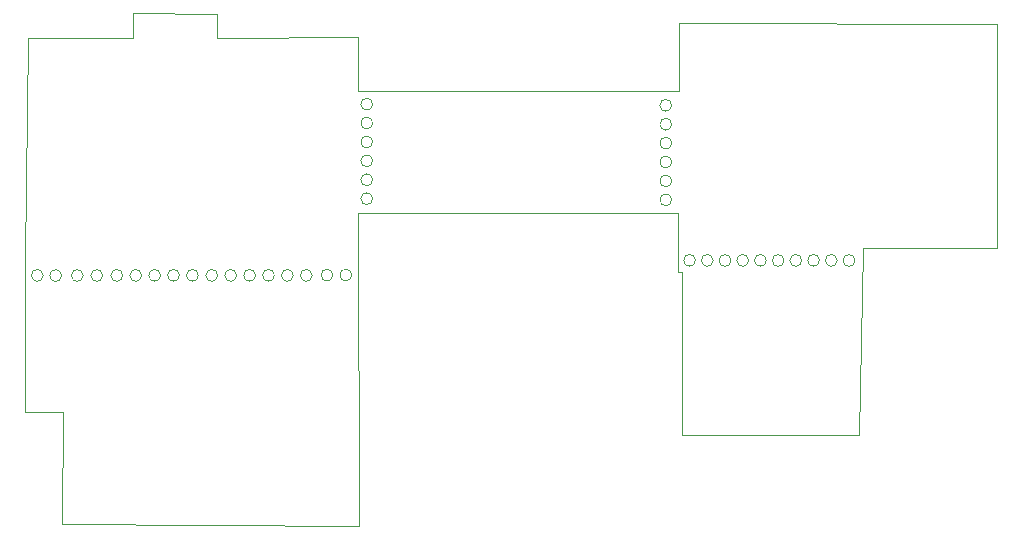
<source format=gbr>
%TF.GenerationSoftware,KiCad,Pcbnew,8.0.5*%
%TF.CreationDate,2024-10-22T15:57:09+02:00*%
%TF.ProjectId,Carte sensors,43617274-6520-4736-956e-736f72732e6b,rev?*%
%TF.SameCoordinates,Original*%
%TF.FileFunction,Profile,NP*%
%FSLAX46Y46*%
G04 Gerber Fmt 4.6, Leading zero omitted, Abs format (unit mm)*
G04 Created by KiCad (PCBNEW 8.0.5) date 2024-10-22 15:57:09*
%MOMM*%
%LPD*%
G01*
G04 APERTURE LIST*
%TA.AperFunction,Profile*%
%ADD10C,0.100000*%
%TD*%
G04 APERTURE END LIST*
D10*
X208680000Y-114890000D02*
G75*
G02*
X207680000Y-114890000I-500000J0D01*
G01*
X207680000Y-114890000D02*
G75*
G02*
X208680000Y-114890000I500000J0D01*
G01*
X167030000Y-116160000D02*
G75*
G02*
X166030000Y-116160000I-500000J0D01*
G01*
X166030000Y-116160000D02*
G75*
G02*
X167030000Y-116160000I500000J0D01*
G01*
X216180000Y-114890000D02*
G75*
G02*
X215180000Y-114890000I-500000J0D01*
G01*
X215180000Y-114890000D02*
G75*
G02*
X216180000Y-114890000I500000J0D01*
G01*
X173580000Y-116130000D02*
G75*
G02*
X172580000Y-116130000I-500000J0D01*
G01*
X172580000Y-116130000D02*
G75*
G02*
X173580000Y-116130000I500000J0D01*
G01*
X204180000Y-114890000D02*
G75*
G02*
X203180000Y-114890000I-500000J0D01*
G01*
X203180000Y-114890000D02*
G75*
G02*
X204180000Y-114890000I500000J0D01*
G01*
X152490000Y-116170000D02*
G75*
G02*
X151490000Y-116170000I-500000J0D01*
G01*
X151490000Y-116170000D02*
G75*
G02*
X152490000Y-116170000I500000J0D01*
G01*
X158990000Y-116160000D02*
G75*
G02*
X157990000Y-116160000I-500000J0D01*
G01*
X157990000Y-116160000D02*
G75*
G02*
X158990000Y-116160000I500000J0D01*
G01*
X214680000Y-114890000D02*
G75*
G02*
X213680000Y-114890000I-500000J0D01*
G01*
X213680000Y-114890000D02*
G75*
G02*
X214680000Y-114890000I500000J0D01*
G01*
X210180000Y-114890000D02*
G75*
G02*
X209180000Y-114890000I-500000J0D01*
G01*
X209180000Y-114890000D02*
G75*
G02*
X210180000Y-114890000I500000J0D01*
G01*
X175350000Y-103260000D02*
G75*
G02*
X174350000Y-103260000I-500000J0D01*
G01*
X174350000Y-103260000D02*
G75*
G02*
X175350000Y-103260000I500000J0D01*
G01*
X175350000Y-108060000D02*
G75*
G02*
X174350000Y-108060000I-500000J0D01*
G01*
X174350000Y-108060000D02*
G75*
G02*
X175350000Y-108060000I500000J0D01*
G01*
X155790000Y-116160000D02*
G75*
G02*
X154790000Y-116160000I-500000J0D01*
G01*
X154790000Y-116160000D02*
G75*
G02*
X155790000Y-116160000I500000J0D01*
G01*
X162150000Y-94010000D02*
X162180000Y-96020000D01*
X174120000Y-95970000D01*
X174120000Y-100540000D01*
X201300000Y-100570000D01*
X201280000Y-94830000D01*
X228210000Y-94840000D01*
X228200000Y-113820000D01*
X216870000Y-113820000D01*
X216560000Y-129650000D01*
X201530000Y-129700000D01*
X201580000Y-115900000D01*
X201230000Y-115900000D01*
X201230000Y-110840000D01*
X174140000Y-110870000D01*
X174200000Y-137340000D01*
X149090000Y-137220000D01*
X149150000Y-127730000D01*
X145920000Y-127710000D01*
X145910000Y-114700000D01*
X146140000Y-96020000D01*
X155050000Y-96060000D01*
X155060000Y-93970000D01*
X162150000Y-94010000D01*
X175350000Y-101660000D02*
G75*
G02*
X174350000Y-101660000I-500000J0D01*
G01*
X174350000Y-101660000D02*
G75*
G02*
X175350000Y-101660000I500000J0D01*
G01*
X211680000Y-114890000D02*
G75*
G02*
X210680000Y-114890000I-500000J0D01*
G01*
X210680000Y-114890000D02*
G75*
G02*
X211680000Y-114890000I500000J0D01*
G01*
X202680000Y-114890000D02*
G75*
G02*
X201680000Y-114890000I-500000J0D01*
G01*
X201680000Y-114890000D02*
G75*
G02*
X202680000Y-114890000I500000J0D01*
G01*
X170230000Y-116160000D02*
G75*
G02*
X169230000Y-116160000I-500000J0D01*
G01*
X169230000Y-116160000D02*
G75*
G02*
X170230000Y-116160000I500000J0D01*
G01*
X154190000Y-116160000D02*
G75*
G02*
X153190000Y-116160000I-500000J0D01*
G01*
X153190000Y-116160000D02*
G75*
G02*
X154190000Y-116160000I500000J0D01*
G01*
X150840000Y-116170000D02*
G75*
G02*
X149840000Y-116170000I-500000J0D01*
G01*
X149840000Y-116170000D02*
G75*
G02*
X150840000Y-116170000I500000J0D01*
G01*
X200670000Y-106560000D02*
G75*
G02*
X199670000Y-106560000I-500000J0D01*
G01*
X199670000Y-106560000D02*
G75*
G02*
X200670000Y-106560000I500000J0D01*
G01*
X200670000Y-108160000D02*
G75*
G02*
X199670000Y-108160000I-500000J0D01*
G01*
X199670000Y-108160000D02*
G75*
G02*
X200670000Y-108160000I500000J0D01*
G01*
X168630000Y-116160000D02*
G75*
G02*
X167630000Y-116160000I-500000J0D01*
G01*
X167630000Y-116160000D02*
G75*
G02*
X168630000Y-116160000I500000J0D01*
G01*
X175350000Y-106460000D02*
G75*
G02*
X174350000Y-106460000I-500000J0D01*
G01*
X174350000Y-106460000D02*
G75*
G02*
X175350000Y-106460000I500000J0D01*
G01*
X162230000Y-116160000D02*
G75*
G02*
X161230000Y-116160000I-500000J0D01*
G01*
X161230000Y-116160000D02*
G75*
G02*
X162230000Y-116160000I500000J0D01*
G01*
X213180000Y-114890000D02*
G75*
G02*
X212180000Y-114890000I-500000J0D01*
G01*
X212180000Y-114890000D02*
G75*
G02*
X213180000Y-114890000I500000J0D01*
G01*
X149010000Y-116170000D02*
G75*
G02*
X148010000Y-116170000I-500000J0D01*
G01*
X148010000Y-116170000D02*
G75*
G02*
X149010000Y-116170000I500000J0D01*
G01*
X205680000Y-114890000D02*
G75*
G02*
X204680000Y-114890000I-500000J0D01*
G01*
X204680000Y-114890000D02*
G75*
G02*
X205680000Y-114890000I500000J0D01*
G01*
X207180000Y-114890000D02*
G75*
G02*
X206180000Y-114890000I-500000J0D01*
G01*
X206180000Y-114890000D02*
G75*
G02*
X207180000Y-114890000I500000J0D01*
G01*
X175350000Y-104860000D02*
G75*
G02*
X174350000Y-104860000I-500000J0D01*
G01*
X174350000Y-104860000D02*
G75*
G02*
X175350000Y-104860000I500000J0D01*
G01*
X171980000Y-116130000D02*
G75*
G02*
X170980000Y-116130000I-500000J0D01*
G01*
X170980000Y-116130000D02*
G75*
G02*
X171980000Y-116130000I500000J0D01*
G01*
X200670000Y-101760000D02*
G75*
G02*
X199670000Y-101760000I-500000J0D01*
G01*
X199670000Y-101760000D02*
G75*
G02*
X200670000Y-101760000I500000J0D01*
G01*
X147450000Y-116160000D02*
G75*
G02*
X146450000Y-116160000I-500000J0D01*
G01*
X146450000Y-116160000D02*
G75*
G02*
X147450000Y-116160000I500000J0D01*
G01*
X163830000Y-116160000D02*
G75*
G02*
X162830000Y-116160000I-500000J0D01*
G01*
X162830000Y-116160000D02*
G75*
G02*
X163830000Y-116160000I500000J0D01*
G01*
X157390000Y-116160000D02*
G75*
G02*
X156390000Y-116160000I-500000J0D01*
G01*
X156390000Y-116160000D02*
G75*
G02*
X157390000Y-116160000I500000J0D01*
G01*
X200670000Y-103360000D02*
G75*
G02*
X199670000Y-103360000I-500000J0D01*
G01*
X199670000Y-103360000D02*
G75*
G02*
X200670000Y-103360000I500000J0D01*
G01*
X165430000Y-116160000D02*
G75*
G02*
X164430000Y-116160000I-500000J0D01*
G01*
X164430000Y-116160000D02*
G75*
G02*
X165430000Y-116160000I500000J0D01*
G01*
X200670000Y-109760000D02*
G75*
G02*
X199670000Y-109760000I-500000J0D01*
G01*
X199670000Y-109760000D02*
G75*
G02*
X200670000Y-109760000I500000J0D01*
G01*
X200670000Y-104960000D02*
G75*
G02*
X199670000Y-104960000I-500000J0D01*
G01*
X199670000Y-104960000D02*
G75*
G02*
X200670000Y-104960000I500000J0D01*
G01*
X160590000Y-116160000D02*
G75*
G02*
X159590000Y-116160000I-500000J0D01*
G01*
X159590000Y-116160000D02*
G75*
G02*
X160590000Y-116160000I500000J0D01*
G01*
X175350000Y-109660000D02*
G75*
G02*
X174350000Y-109660000I-500000J0D01*
G01*
X174350000Y-109660000D02*
G75*
G02*
X175350000Y-109660000I500000J0D01*
G01*
M02*

</source>
